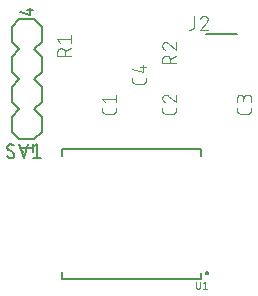
<source format=gbr>
G04 EAGLE Gerber RS-274X export*
G75*
%MOMM*%
%FSLAX34Y34*%
%LPD*%
%INSilkscreen Top*%
%IPPOS*%
%AMOC8*
5,1,8,0,0,1.08239X$1,22.5*%
G01*
%ADD10C,0.127000*%
%ADD11C,0.200000*%
%ADD12C,0.050800*%
%ADD13C,0.152400*%
%ADD14C,0.101600*%


D10*
X186000Y127800D02*
X186000Y122800D01*
X68000Y122800D01*
X68000Y128800D01*
X186000Y226800D02*
X186000Y232800D01*
X68000Y232800D01*
X68000Y226800D01*
D11*
X190000Y127800D02*
X190002Y127863D01*
X190008Y127925D01*
X190018Y127987D01*
X190031Y128049D01*
X190049Y128109D01*
X190070Y128168D01*
X190095Y128226D01*
X190124Y128282D01*
X190156Y128336D01*
X190191Y128388D01*
X190229Y128437D01*
X190271Y128485D01*
X190315Y128529D01*
X190363Y128571D01*
X190412Y128609D01*
X190464Y128644D01*
X190518Y128676D01*
X190574Y128705D01*
X190632Y128730D01*
X190691Y128751D01*
X190751Y128769D01*
X190813Y128782D01*
X190875Y128792D01*
X190937Y128798D01*
X191000Y128800D01*
X191063Y128798D01*
X191125Y128792D01*
X191187Y128782D01*
X191249Y128769D01*
X191309Y128751D01*
X191368Y128730D01*
X191426Y128705D01*
X191482Y128676D01*
X191536Y128644D01*
X191588Y128609D01*
X191637Y128571D01*
X191685Y128529D01*
X191729Y128485D01*
X191771Y128437D01*
X191809Y128388D01*
X191844Y128336D01*
X191876Y128282D01*
X191905Y128226D01*
X191930Y128168D01*
X191951Y128109D01*
X191969Y128049D01*
X191982Y127987D01*
X191992Y127925D01*
X191998Y127863D01*
X192000Y127800D01*
X191998Y127737D01*
X191992Y127675D01*
X191982Y127613D01*
X191969Y127551D01*
X191951Y127491D01*
X191930Y127432D01*
X191905Y127374D01*
X191876Y127318D01*
X191844Y127264D01*
X191809Y127212D01*
X191771Y127163D01*
X191729Y127115D01*
X191685Y127071D01*
X191637Y127029D01*
X191588Y126991D01*
X191536Y126956D01*
X191482Y126924D01*
X191426Y126895D01*
X191368Y126870D01*
X191309Y126849D01*
X191249Y126831D01*
X191187Y126818D01*
X191125Y126808D01*
X191063Y126802D01*
X191000Y126800D01*
X190937Y126802D01*
X190875Y126808D01*
X190813Y126818D01*
X190751Y126831D01*
X190691Y126849D01*
X190632Y126870D01*
X190574Y126895D01*
X190518Y126924D01*
X190464Y126956D01*
X190412Y126991D01*
X190363Y127029D01*
X190315Y127071D01*
X190271Y127115D01*
X190229Y127163D01*
X190191Y127212D01*
X190156Y127264D01*
X190124Y127318D01*
X190095Y127374D01*
X190070Y127432D01*
X190049Y127491D01*
X190031Y127551D01*
X190018Y127613D01*
X190008Y127675D01*
X190002Y127737D01*
X190000Y127800D01*
D12*
X181592Y120271D02*
X181592Y116225D01*
X181594Y116147D01*
X181600Y116070D01*
X181609Y115993D01*
X181623Y115917D01*
X181640Y115841D01*
X181661Y115766D01*
X181686Y115693D01*
X181714Y115621D01*
X181746Y115550D01*
X181781Y115481D01*
X181820Y115414D01*
X181862Y115348D01*
X181908Y115285D01*
X181956Y115225D01*
X182007Y115167D01*
X182062Y115111D01*
X182118Y115058D01*
X182178Y115008D01*
X182240Y114962D01*
X182304Y114918D01*
X182370Y114877D01*
X182438Y114840D01*
X182508Y114807D01*
X182580Y114777D01*
X182652Y114750D01*
X182727Y114727D01*
X182802Y114708D01*
X182878Y114693D01*
X182955Y114681D01*
X183032Y114673D01*
X183109Y114669D01*
X183187Y114669D01*
X183264Y114673D01*
X183341Y114681D01*
X183418Y114693D01*
X183494Y114708D01*
X183569Y114727D01*
X183644Y114750D01*
X183716Y114777D01*
X183788Y114807D01*
X183858Y114840D01*
X183926Y114877D01*
X183992Y114918D01*
X184056Y114962D01*
X184118Y115008D01*
X184178Y115058D01*
X184234Y115111D01*
X184289Y115167D01*
X184340Y115225D01*
X184388Y115285D01*
X184434Y115348D01*
X184476Y115414D01*
X184515Y115481D01*
X184550Y115550D01*
X184582Y115621D01*
X184610Y115693D01*
X184635Y115766D01*
X184656Y115841D01*
X184673Y115917D01*
X184687Y115993D01*
X184696Y116070D01*
X184702Y116147D01*
X184704Y116225D01*
X184704Y120271D01*
X187274Y119026D02*
X188829Y120271D01*
X188829Y114669D01*
X187274Y114669D02*
X190385Y114669D01*
D13*
X25400Y247650D02*
X25400Y260350D01*
X31750Y266700D01*
X44450Y266700D02*
X50800Y260350D01*
X31750Y266700D02*
X25400Y273050D01*
X25400Y285750D01*
X31750Y292100D01*
X44450Y292100D02*
X50800Y285750D01*
X50800Y273050D01*
X44450Y266700D01*
X44450Y241300D02*
X31750Y241300D01*
X25400Y247650D01*
X44450Y241300D02*
X50800Y247650D01*
X50800Y260350D01*
X31750Y292100D02*
X25400Y298450D01*
X25400Y311150D01*
X31750Y317500D01*
X44450Y317500D02*
X50800Y311150D01*
X50800Y298450D01*
X44450Y292100D01*
X25400Y323850D02*
X25400Y336550D01*
X31750Y342900D01*
X44450Y342900D01*
X50800Y336550D01*
X31750Y317500D02*
X25400Y323850D01*
X44450Y317500D02*
X50800Y323850D01*
X50800Y336550D01*
D10*
X32385Y233680D02*
X34925Y230505D01*
X32385Y233680D02*
X43815Y233680D01*
X43815Y230505D02*
X43815Y236855D01*
X41275Y346075D02*
X32385Y348615D01*
X41275Y346075D02*
X41275Y352425D01*
X38735Y350520D02*
X43815Y350520D01*
X27686Y227965D02*
X27684Y227865D01*
X27678Y227766D01*
X27668Y227666D01*
X27655Y227568D01*
X27637Y227469D01*
X27616Y227372D01*
X27591Y227276D01*
X27562Y227180D01*
X27529Y227086D01*
X27493Y226993D01*
X27453Y226902D01*
X27409Y226812D01*
X27362Y226724D01*
X27312Y226638D01*
X27258Y226554D01*
X27201Y226472D01*
X27141Y226393D01*
X27077Y226315D01*
X27011Y226241D01*
X26942Y226169D01*
X26870Y226100D01*
X26796Y226034D01*
X26718Y225970D01*
X26639Y225910D01*
X26557Y225853D01*
X26473Y225799D01*
X26387Y225749D01*
X26299Y225702D01*
X26209Y225658D01*
X26118Y225618D01*
X26025Y225582D01*
X25931Y225549D01*
X25835Y225520D01*
X25739Y225495D01*
X25642Y225474D01*
X25543Y225456D01*
X25445Y225443D01*
X25345Y225433D01*
X25246Y225427D01*
X25146Y225425D01*
X25005Y225427D01*
X24864Y225432D01*
X24723Y225442D01*
X24582Y225455D01*
X24442Y225471D01*
X24302Y225492D01*
X24163Y225516D01*
X24024Y225544D01*
X23887Y225575D01*
X23750Y225610D01*
X23614Y225648D01*
X23479Y225690D01*
X23346Y225736D01*
X23213Y225785D01*
X23082Y225838D01*
X22953Y225894D01*
X22824Y225953D01*
X22698Y226016D01*
X22573Y226082D01*
X22450Y226151D01*
X22329Y226224D01*
X22210Y226300D01*
X22092Y226379D01*
X21977Y226460D01*
X21865Y226545D01*
X21754Y226633D01*
X21646Y226724D01*
X21540Y226817D01*
X21437Y226914D01*
X21336Y227013D01*
X21654Y234315D02*
X21656Y234415D01*
X21662Y234514D01*
X21672Y234614D01*
X21685Y234712D01*
X21703Y234811D01*
X21724Y234908D01*
X21749Y235004D01*
X21778Y235100D01*
X21811Y235194D01*
X21847Y235287D01*
X21887Y235378D01*
X21931Y235468D01*
X21978Y235556D01*
X22028Y235642D01*
X22082Y235726D01*
X22139Y235808D01*
X22199Y235887D01*
X22263Y235965D01*
X22329Y236039D01*
X22398Y236111D01*
X22470Y236180D01*
X22544Y236246D01*
X22622Y236310D01*
X22701Y236370D01*
X22783Y236427D01*
X22867Y236481D01*
X22953Y236531D01*
X23041Y236578D01*
X23131Y236622D01*
X23222Y236662D01*
X23315Y236698D01*
X23409Y236731D01*
X23505Y236760D01*
X23601Y236785D01*
X23698Y236806D01*
X23797Y236824D01*
X23895Y236837D01*
X23995Y236847D01*
X24094Y236853D01*
X24194Y236855D01*
X24194Y236856D02*
X24327Y236854D01*
X24460Y236849D01*
X24593Y236839D01*
X24726Y236826D01*
X24858Y236809D01*
X24990Y236789D01*
X25121Y236765D01*
X25251Y236737D01*
X25381Y236706D01*
X25509Y236671D01*
X25637Y236632D01*
X25763Y236590D01*
X25888Y236544D01*
X26012Y236495D01*
X26135Y236443D01*
X26256Y236387D01*
X26375Y236327D01*
X26493Y236265D01*
X26608Y236199D01*
X26722Y236130D01*
X26834Y236057D01*
X26944Y235982D01*
X27052Y235903D01*
X22923Y232092D02*
X22839Y232144D01*
X22756Y232199D01*
X22676Y232258D01*
X22598Y232319D01*
X22523Y232383D01*
X22450Y232451D01*
X22379Y232521D01*
X22312Y232593D01*
X22247Y232668D01*
X22185Y232746D01*
X22126Y232826D01*
X22070Y232908D01*
X22018Y232992D01*
X21969Y233078D01*
X21923Y233166D01*
X21880Y233256D01*
X21841Y233347D01*
X21806Y233440D01*
X21774Y233534D01*
X21746Y233629D01*
X21721Y233725D01*
X21701Y233822D01*
X21683Y233920D01*
X21670Y234018D01*
X21661Y234117D01*
X21655Y234216D01*
X21653Y234315D01*
X26416Y230188D02*
X26500Y230136D01*
X26583Y230081D01*
X26663Y230022D01*
X26741Y229961D01*
X26816Y229897D01*
X26889Y229829D01*
X26960Y229759D01*
X27027Y229687D01*
X27092Y229612D01*
X27154Y229534D01*
X27213Y229454D01*
X27269Y229372D01*
X27321Y229288D01*
X27370Y229202D01*
X27416Y229114D01*
X27459Y229024D01*
X27498Y228933D01*
X27533Y228840D01*
X27565Y228746D01*
X27593Y228651D01*
X27618Y228555D01*
X27638Y228458D01*
X27656Y228360D01*
X27669Y228262D01*
X27678Y228163D01*
X27684Y228064D01*
X27686Y227965D01*
X26416Y230188D02*
X22924Y232093D01*
X31750Y236855D02*
X35560Y225425D01*
X39370Y236855D01*
X43815Y234315D02*
X46990Y236855D01*
X46990Y225425D01*
X43815Y225425D02*
X50165Y225425D01*
D14*
X64008Y311658D02*
X75692Y311658D01*
X64008Y311658D02*
X64008Y314904D01*
X64010Y315017D01*
X64016Y315130D01*
X64026Y315243D01*
X64040Y315356D01*
X64057Y315468D01*
X64079Y315579D01*
X64104Y315689D01*
X64134Y315799D01*
X64167Y315907D01*
X64204Y316014D01*
X64244Y316120D01*
X64289Y316224D01*
X64337Y316327D01*
X64388Y316428D01*
X64443Y316527D01*
X64501Y316624D01*
X64563Y316719D01*
X64628Y316812D01*
X64696Y316902D01*
X64767Y316990D01*
X64842Y317076D01*
X64919Y317159D01*
X64999Y317239D01*
X65082Y317316D01*
X65168Y317391D01*
X65256Y317462D01*
X65346Y317530D01*
X65439Y317595D01*
X65534Y317657D01*
X65631Y317715D01*
X65730Y317770D01*
X65831Y317821D01*
X65934Y317869D01*
X66038Y317914D01*
X66144Y317954D01*
X66251Y317991D01*
X66359Y318024D01*
X66469Y318054D01*
X66579Y318079D01*
X66690Y318101D01*
X66802Y318118D01*
X66915Y318132D01*
X67028Y318142D01*
X67141Y318148D01*
X67254Y318150D01*
X67367Y318148D01*
X67480Y318142D01*
X67593Y318132D01*
X67706Y318118D01*
X67818Y318101D01*
X67929Y318079D01*
X68039Y318054D01*
X68149Y318024D01*
X68257Y317991D01*
X68364Y317954D01*
X68470Y317914D01*
X68574Y317869D01*
X68677Y317821D01*
X68778Y317770D01*
X68877Y317715D01*
X68974Y317657D01*
X69069Y317595D01*
X69162Y317530D01*
X69252Y317462D01*
X69340Y317391D01*
X69426Y317316D01*
X69509Y317239D01*
X69589Y317159D01*
X69666Y317076D01*
X69741Y316990D01*
X69812Y316902D01*
X69880Y316812D01*
X69945Y316719D01*
X70007Y316624D01*
X70065Y316527D01*
X70120Y316428D01*
X70171Y316327D01*
X70219Y316224D01*
X70264Y316120D01*
X70304Y316014D01*
X70341Y315907D01*
X70374Y315799D01*
X70404Y315689D01*
X70429Y315579D01*
X70451Y315468D01*
X70468Y315356D01*
X70482Y315243D01*
X70492Y315130D01*
X70498Y315017D01*
X70500Y314904D01*
X70499Y314904D02*
X70499Y311658D01*
X70499Y315553D02*
X75692Y318149D01*
X66604Y323014D02*
X64008Y326260D01*
X75692Y326260D01*
X75692Y329505D02*
X75692Y323014D01*
X152908Y305495D02*
X164592Y305495D01*
X152908Y305495D02*
X152908Y308740D01*
X152910Y308853D01*
X152916Y308966D01*
X152926Y309079D01*
X152940Y309192D01*
X152957Y309304D01*
X152979Y309415D01*
X153004Y309525D01*
X153034Y309635D01*
X153067Y309743D01*
X153104Y309850D01*
X153144Y309956D01*
X153189Y310060D01*
X153237Y310163D01*
X153288Y310264D01*
X153343Y310363D01*
X153401Y310460D01*
X153463Y310555D01*
X153528Y310648D01*
X153596Y310738D01*
X153667Y310826D01*
X153742Y310912D01*
X153819Y310995D01*
X153899Y311075D01*
X153982Y311152D01*
X154068Y311227D01*
X154156Y311298D01*
X154246Y311366D01*
X154339Y311431D01*
X154434Y311493D01*
X154531Y311551D01*
X154630Y311606D01*
X154731Y311657D01*
X154834Y311705D01*
X154938Y311750D01*
X155044Y311790D01*
X155151Y311827D01*
X155259Y311860D01*
X155369Y311890D01*
X155479Y311915D01*
X155590Y311937D01*
X155702Y311954D01*
X155815Y311968D01*
X155928Y311978D01*
X156041Y311984D01*
X156154Y311986D01*
X156267Y311984D01*
X156380Y311978D01*
X156493Y311968D01*
X156606Y311954D01*
X156718Y311937D01*
X156829Y311915D01*
X156939Y311890D01*
X157049Y311860D01*
X157157Y311827D01*
X157264Y311790D01*
X157370Y311750D01*
X157474Y311705D01*
X157577Y311657D01*
X157678Y311606D01*
X157777Y311551D01*
X157874Y311493D01*
X157969Y311431D01*
X158062Y311366D01*
X158152Y311298D01*
X158240Y311227D01*
X158326Y311152D01*
X158409Y311075D01*
X158489Y310995D01*
X158566Y310912D01*
X158641Y310826D01*
X158712Y310738D01*
X158780Y310648D01*
X158845Y310555D01*
X158907Y310460D01*
X158965Y310363D01*
X159020Y310264D01*
X159071Y310163D01*
X159119Y310060D01*
X159164Y309956D01*
X159204Y309850D01*
X159241Y309743D01*
X159274Y309635D01*
X159304Y309525D01*
X159329Y309415D01*
X159351Y309304D01*
X159368Y309192D01*
X159382Y309079D01*
X159392Y308966D01*
X159398Y308853D01*
X159400Y308740D01*
X159399Y308740D02*
X159399Y305495D01*
X159399Y309389D02*
X164592Y311986D01*
X155829Y323342D02*
X155722Y323340D01*
X155616Y323334D01*
X155510Y323324D01*
X155404Y323311D01*
X155298Y323293D01*
X155194Y323272D01*
X155090Y323247D01*
X154987Y323218D01*
X154886Y323186D01*
X154786Y323149D01*
X154687Y323109D01*
X154589Y323066D01*
X154493Y323019D01*
X154399Y322968D01*
X154307Y322914D01*
X154217Y322857D01*
X154129Y322797D01*
X154044Y322733D01*
X153961Y322666D01*
X153880Y322596D01*
X153802Y322524D01*
X153726Y322448D01*
X153654Y322370D01*
X153584Y322289D01*
X153517Y322206D01*
X153453Y322121D01*
X153393Y322033D01*
X153336Y321943D01*
X153282Y321851D01*
X153231Y321757D01*
X153184Y321661D01*
X153141Y321563D01*
X153101Y321464D01*
X153064Y321364D01*
X153032Y321263D01*
X153003Y321160D01*
X152978Y321056D01*
X152957Y320952D01*
X152939Y320846D01*
X152926Y320740D01*
X152916Y320634D01*
X152910Y320528D01*
X152908Y320421D01*
X152910Y320300D01*
X152916Y320179D01*
X152926Y320059D01*
X152939Y319938D01*
X152957Y319819D01*
X152978Y319699D01*
X153003Y319581D01*
X153032Y319464D01*
X153065Y319347D01*
X153101Y319232D01*
X153142Y319118D01*
X153185Y319005D01*
X153233Y318893D01*
X153284Y318784D01*
X153339Y318676D01*
X153397Y318569D01*
X153458Y318465D01*
X153523Y318363D01*
X153591Y318263D01*
X153662Y318165D01*
X153736Y318069D01*
X153813Y317976D01*
X153894Y317886D01*
X153977Y317798D01*
X154063Y317713D01*
X154152Y317630D01*
X154243Y317551D01*
X154337Y317474D01*
X154433Y317401D01*
X154531Y317331D01*
X154632Y317264D01*
X154735Y317200D01*
X154840Y317140D01*
X154947Y317082D01*
X155055Y317029D01*
X155165Y316979D01*
X155277Y316933D01*
X155390Y316890D01*
X155505Y316851D01*
X158101Y322368D02*
X158023Y322447D01*
X157943Y322523D01*
X157860Y322596D01*
X157774Y322666D01*
X157687Y322733D01*
X157596Y322797D01*
X157504Y322857D01*
X157410Y322915D01*
X157313Y322969D01*
X157215Y323019D01*
X157115Y323066D01*
X157014Y323110D01*
X156911Y323150D01*
X156806Y323186D01*
X156701Y323218D01*
X156594Y323247D01*
X156487Y323272D01*
X156378Y323294D01*
X156269Y323311D01*
X156160Y323325D01*
X156050Y323334D01*
X155939Y323340D01*
X155829Y323342D01*
X158101Y322368D02*
X164592Y316851D01*
X164592Y323342D01*
X113792Y268036D02*
X113792Y265439D01*
X113790Y265340D01*
X113784Y265240D01*
X113775Y265141D01*
X113762Y265043D01*
X113745Y264945D01*
X113724Y264847D01*
X113699Y264751D01*
X113671Y264656D01*
X113639Y264562D01*
X113604Y264469D01*
X113565Y264377D01*
X113522Y264287D01*
X113477Y264199D01*
X113427Y264112D01*
X113375Y264028D01*
X113319Y263945D01*
X113261Y263865D01*
X113199Y263787D01*
X113134Y263712D01*
X113066Y263639D01*
X112996Y263569D01*
X112923Y263501D01*
X112848Y263436D01*
X112770Y263374D01*
X112690Y263316D01*
X112607Y263260D01*
X112523Y263208D01*
X112436Y263158D01*
X112348Y263113D01*
X112258Y263070D01*
X112166Y263031D01*
X112073Y262996D01*
X111979Y262964D01*
X111884Y262936D01*
X111788Y262911D01*
X111690Y262890D01*
X111592Y262873D01*
X111494Y262860D01*
X111395Y262851D01*
X111295Y262845D01*
X111196Y262843D01*
X104704Y262843D01*
X104704Y262842D02*
X104605Y262844D01*
X104505Y262850D01*
X104406Y262859D01*
X104308Y262872D01*
X104210Y262890D01*
X104112Y262910D01*
X104016Y262935D01*
X103920Y262963D01*
X103826Y262995D01*
X103733Y263030D01*
X103642Y263069D01*
X103552Y263112D01*
X103463Y263157D01*
X103377Y263207D01*
X103292Y263259D01*
X103210Y263315D01*
X103130Y263374D01*
X103052Y263435D01*
X102976Y263500D01*
X102903Y263568D01*
X102833Y263638D01*
X102765Y263711D01*
X102700Y263787D01*
X102639Y263865D01*
X102580Y263945D01*
X102524Y264027D01*
X102472Y264112D01*
X102423Y264198D01*
X102377Y264287D01*
X102334Y264377D01*
X102295Y264468D01*
X102260Y264561D01*
X102228Y264655D01*
X102200Y264751D01*
X102175Y264847D01*
X102155Y264945D01*
X102137Y265043D01*
X102124Y265141D01*
X102115Y265240D01*
X102109Y265339D01*
X102107Y265439D01*
X102108Y265439D02*
X102108Y268036D01*
X104704Y272401D02*
X102108Y275646D01*
X113792Y275646D01*
X113792Y272401D02*
X113792Y278892D01*
X164592Y268036D02*
X164592Y265439D01*
X164590Y265340D01*
X164584Y265240D01*
X164575Y265141D01*
X164562Y265043D01*
X164545Y264945D01*
X164524Y264847D01*
X164499Y264751D01*
X164471Y264656D01*
X164439Y264562D01*
X164404Y264469D01*
X164365Y264377D01*
X164322Y264287D01*
X164277Y264199D01*
X164227Y264112D01*
X164175Y264028D01*
X164119Y263945D01*
X164061Y263865D01*
X163999Y263787D01*
X163934Y263712D01*
X163866Y263639D01*
X163796Y263569D01*
X163723Y263501D01*
X163648Y263436D01*
X163570Y263374D01*
X163490Y263316D01*
X163407Y263260D01*
X163323Y263208D01*
X163236Y263158D01*
X163148Y263113D01*
X163058Y263070D01*
X162966Y263031D01*
X162873Y262996D01*
X162779Y262964D01*
X162684Y262936D01*
X162588Y262911D01*
X162490Y262890D01*
X162392Y262873D01*
X162294Y262860D01*
X162195Y262851D01*
X162095Y262845D01*
X161996Y262843D01*
X155504Y262843D01*
X155504Y262842D02*
X155405Y262844D01*
X155305Y262850D01*
X155206Y262859D01*
X155108Y262872D01*
X155010Y262890D01*
X154912Y262910D01*
X154816Y262935D01*
X154720Y262963D01*
X154626Y262995D01*
X154533Y263030D01*
X154442Y263069D01*
X154352Y263112D01*
X154263Y263157D01*
X154177Y263207D01*
X154092Y263259D01*
X154010Y263315D01*
X153930Y263374D01*
X153852Y263435D01*
X153776Y263500D01*
X153703Y263568D01*
X153633Y263638D01*
X153565Y263711D01*
X153500Y263787D01*
X153439Y263865D01*
X153380Y263945D01*
X153324Y264027D01*
X153272Y264112D01*
X153223Y264198D01*
X153177Y264287D01*
X153134Y264377D01*
X153095Y264468D01*
X153060Y264561D01*
X153028Y264655D01*
X153000Y264751D01*
X152975Y264847D01*
X152955Y264945D01*
X152937Y265043D01*
X152924Y265141D01*
X152915Y265240D01*
X152909Y265339D01*
X152907Y265439D01*
X152908Y265439D02*
X152908Y268036D01*
X152908Y275971D02*
X152910Y276078D01*
X152916Y276184D01*
X152926Y276290D01*
X152939Y276396D01*
X152957Y276502D01*
X152978Y276606D01*
X153003Y276710D01*
X153032Y276813D01*
X153064Y276914D01*
X153101Y277014D01*
X153141Y277113D01*
X153184Y277211D01*
X153231Y277307D01*
X153282Y277401D01*
X153336Y277493D01*
X153393Y277583D01*
X153453Y277671D01*
X153517Y277756D01*
X153584Y277839D01*
X153654Y277920D01*
X153726Y277998D01*
X153802Y278074D01*
X153880Y278146D01*
X153961Y278216D01*
X154044Y278283D01*
X154129Y278347D01*
X154217Y278407D01*
X154307Y278464D01*
X154399Y278518D01*
X154493Y278569D01*
X154589Y278616D01*
X154687Y278659D01*
X154786Y278699D01*
X154886Y278736D01*
X154987Y278768D01*
X155090Y278797D01*
X155194Y278822D01*
X155298Y278843D01*
X155404Y278861D01*
X155510Y278874D01*
X155616Y278884D01*
X155722Y278890D01*
X155829Y278892D01*
X152908Y275971D02*
X152910Y275850D01*
X152916Y275729D01*
X152926Y275609D01*
X152939Y275488D01*
X152957Y275369D01*
X152978Y275249D01*
X153003Y275131D01*
X153032Y275014D01*
X153065Y274897D01*
X153101Y274782D01*
X153142Y274668D01*
X153185Y274555D01*
X153233Y274443D01*
X153284Y274334D01*
X153339Y274226D01*
X153397Y274119D01*
X153458Y274015D01*
X153523Y273913D01*
X153591Y273813D01*
X153662Y273715D01*
X153736Y273619D01*
X153813Y273526D01*
X153894Y273436D01*
X153977Y273348D01*
X154063Y273263D01*
X154152Y273180D01*
X154243Y273101D01*
X154337Y273024D01*
X154433Y272951D01*
X154531Y272881D01*
X154632Y272814D01*
X154735Y272750D01*
X154840Y272690D01*
X154947Y272632D01*
X155055Y272579D01*
X155165Y272529D01*
X155277Y272483D01*
X155390Y272440D01*
X155505Y272401D01*
X158101Y277918D02*
X158023Y277997D01*
X157943Y278073D01*
X157860Y278146D01*
X157774Y278216D01*
X157687Y278283D01*
X157596Y278347D01*
X157504Y278407D01*
X157410Y278465D01*
X157313Y278519D01*
X157215Y278569D01*
X157115Y278616D01*
X157014Y278660D01*
X156911Y278700D01*
X156806Y278736D01*
X156701Y278768D01*
X156594Y278797D01*
X156487Y278822D01*
X156378Y278844D01*
X156269Y278861D01*
X156160Y278875D01*
X156050Y278884D01*
X155939Y278890D01*
X155829Y278892D01*
X158101Y277918D02*
X164592Y272401D01*
X164592Y278892D01*
X228092Y268036D02*
X228092Y265439D01*
X228090Y265340D01*
X228084Y265240D01*
X228075Y265141D01*
X228062Y265043D01*
X228045Y264945D01*
X228024Y264847D01*
X227999Y264751D01*
X227971Y264656D01*
X227939Y264562D01*
X227904Y264469D01*
X227865Y264377D01*
X227822Y264287D01*
X227777Y264199D01*
X227727Y264112D01*
X227675Y264028D01*
X227619Y263945D01*
X227561Y263865D01*
X227499Y263787D01*
X227434Y263712D01*
X227366Y263639D01*
X227296Y263569D01*
X227223Y263501D01*
X227148Y263436D01*
X227070Y263374D01*
X226990Y263316D01*
X226907Y263260D01*
X226823Y263208D01*
X226736Y263158D01*
X226648Y263113D01*
X226558Y263070D01*
X226466Y263031D01*
X226373Y262996D01*
X226279Y262964D01*
X226184Y262936D01*
X226088Y262911D01*
X225990Y262890D01*
X225892Y262873D01*
X225794Y262860D01*
X225695Y262851D01*
X225595Y262845D01*
X225496Y262843D01*
X219004Y262843D01*
X219004Y262842D02*
X218905Y262844D01*
X218805Y262850D01*
X218706Y262859D01*
X218608Y262872D01*
X218510Y262890D01*
X218412Y262910D01*
X218316Y262935D01*
X218220Y262963D01*
X218126Y262995D01*
X218033Y263030D01*
X217942Y263069D01*
X217852Y263112D01*
X217763Y263157D01*
X217677Y263207D01*
X217592Y263259D01*
X217510Y263315D01*
X217430Y263374D01*
X217352Y263435D01*
X217276Y263500D01*
X217203Y263568D01*
X217133Y263638D01*
X217065Y263711D01*
X217000Y263787D01*
X216939Y263865D01*
X216880Y263945D01*
X216824Y264027D01*
X216772Y264112D01*
X216723Y264198D01*
X216677Y264287D01*
X216634Y264377D01*
X216595Y264468D01*
X216560Y264561D01*
X216528Y264655D01*
X216500Y264751D01*
X216475Y264847D01*
X216455Y264945D01*
X216437Y265043D01*
X216424Y265141D01*
X216415Y265240D01*
X216409Y265339D01*
X216407Y265439D01*
X216408Y265439D02*
X216408Y268036D01*
X228092Y272401D02*
X228092Y275646D01*
X228090Y275759D01*
X228084Y275872D01*
X228074Y275985D01*
X228060Y276098D01*
X228043Y276210D01*
X228021Y276321D01*
X227996Y276431D01*
X227966Y276541D01*
X227933Y276649D01*
X227896Y276756D01*
X227856Y276862D01*
X227811Y276966D01*
X227763Y277069D01*
X227712Y277170D01*
X227657Y277269D01*
X227599Y277366D01*
X227537Y277461D01*
X227472Y277554D01*
X227404Y277644D01*
X227333Y277732D01*
X227258Y277818D01*
X227181Y277901D01*
X227101Y277981D01*
X227018Y278058D01*
X226932Y278133D01*
X226844Y278204D01*
X226754Y278272D01*
X226661Y278337D01*
X226566Y278399D01*
X226469Y278457D01*
X226370Y278512D01*
X226269Y278563D01*
X226166Y278611D01*
X226062Y278656D01*
X225956Y278696D01*
X225849Y278733D01*
X225741Y278766D01*
X225631Y278796D01*
X225521Y278821D01*
X225410Y278843D01*
X225298Y278860D01*
X225185Y278874D01*
X225072Y278884D01*
X224959Y278890D01*
X224846Y278892D01*
X224733Y278890D01*
X224620Y278884D01*
X224507Y278874D01*
X224394Y278860D01*
X224282Y278843D01*
X224171Y278821D01*
X224061Y278796D01*
X223951Y278766D01*
X223843Y278733D01*
X223736Y278696D01*
X223630Y278656D01*
X223526Y278611D01*
X223423Y278563D01*
X223322Y278512D01*
X223223Y278457D01*
X223126Y278399D01*
X223031Y278337D01*
X222938Y278272D01*
X222848Y278204D01*
X222760Y278133D01*
X222674Y278058D01*
X222591Y277981D01*
X222511Y277901D01*
X222434Y277818D01*
X222359Y277732D01*
X222288Y277644D01*
X222220Y277554D01*
X222155Y277461D01*
X222093Y277366D01*
X222035Y277269D01*
X221980Y277170D01*
X221929Y277069D01*
X221881Y276966D01*
X221836Y276862D01*
X221796Y276756D01*
X221759Y276649D01*
X221726Y276541D01*
X221696Y276431D01*
X221671Y276321D01*
X221649Y276210D01*
X221632Y276098D01*
X221618Y275985D01*
X221608Y275872D01*
X221602Y275759D01*
X221600Y275646D01*
X216408Y276296D02*
X216408Y272401D01*
X216408Y276296D02*
X216410Y276397D01*
X216416Y276497D01*
X216426Y276597D01*
X216439Y276697D01*
X216457Y276796D01*
X216478Y276895D01*
X216503Y276992D01*
X216532Y277089D01*
X216565Y277184D01*
X216601Y277278D01*
X216641Y277370D01*
X216684Y277461D01*
X216731Y277550D01*
X216781Y277637D01*
X216835Y277723D01*
X216892Y277806D01*
X216952Y277886D01*
X217015Y277965D01*
X217082Y278041D01*
X217151Y278114D01*
X217223Y278184D01*
X217297Y278252D01*
X217374Y278317D01*
X217454Y278378D01*
X217536Y278437D01*
X217620Y278492D01*
X217706Y278544D01*
X217794Y278593D01*
X217884Y278638D01*
X217976Y278680D01*
X218069Y278718D01*
X218164Y278752D01*
X218259Y278783D01*
X218356Y278810D01*
X218454Y278833D01*
X218553Y278853D01*
X218653Y278868D01*
X218753Y278880D01*
X218853Y278888D01*
X218954Y278892D01*
X219054Y278892D01*
X219155Y278888D01*
X219255Y278880D01*
X219355Y278868D01*
X219455Y278853D01*
X219554Y278833D01*
X219652Y278810D01*
X219749Y278783D01*
X219844Y278752D01*
X219939Y278718D01*
X220032Y278680D01*
X220124Y278638D01*
X220214Y278593D01*
X220302Y278544D01*
X220388Y278492D01*
X220472Y278437D01*
X220554Y278378D01*
X220634Y278317D01*
X220711Y278252D01*
X220785Y278184D01*
X220857Y278114D01*
X220926Y278041D01*
X220993Y277965D01*
X221056Y277886D01*
X221116Y277806D01*
X221173Y277723D01*
X221227Y277637D01*
X221277Y277550D01*
X221324Y277461D01*
X221367Y277370D01*
X221407Y277278D01*
X221443Y277184D01*
X221476Y277089D01*
X221505Y276992D01*
X221530Y276895D01*
X221551Y276796D01*
X221569Y276697D01*
X221582Y276597D01*
X221592Y276497D01*
X221598Y276397D01*
X221600Y276296D01*
X221601Y276296D02*
X221601Y273699D01*
D10*
X216200Y330500D02*
X190200Y330500D01*
D14*
X179535Y336649D02*
X179535Y345748D01*
X179535Y336649D02*
X179533Y336549D01*
X179527Y336450D01*
X179518Y336351D01*
X179505Y336252D01*
X179487Y336154D01*
X179467Y336057D01*
X179442Y335960D01*
X179414Y335865D01*
X179382Y335770D01*
X179347Y335677D01*
X179308Y335585D01*
X179265Y335495D01*
X179219Y335407D01*
X179170Y335320D01*
X179117Y335236D01*
X179062Y335153D01*
X179003Y335073D01*
X178941Y334995D01*
X178876Y334919D01*
X178808Y334846D01*
X178738Y334776D01*
X178665Y334708D01*
X178589Y334643D01*
X178511Y334581D01*
X178431Y334522D01*
X178348Y334467D01*
X178264Y334414D01*
X178177Y334365D01*
X178089Y334319D01*
X177999Y334276D01*
X177907Y334237D01*
X177814Y334202D01*
X177719Y334170D01*
X177624Y334142D01*
X177527Y334117D01*
X177430Y334097D01*
X177332Y334079D01*
X177233Y334066D01*
X177134Y334057D01*
X177035Y334051D01*
X176935Y334049D01*
X175636Y334049D01*
X188388Y345748D02*
X188495Y345746D01*
X188602Y345740D01*
X188708Y345730D01*
X188814Y345717D01*
X188919Y345699D01*
X189024Y345678D01*
X189128Y345653D01*
X189231Y345624D01*
X189332Y345591D01*
X189433Y345555D01*
X189532Y345515D01*
X189630Y345471D01*
X189725Y345424D01*
X189820Y345374D01*
X189912Y345320D01*
X190002Y345262D01*
X190090Y345202D01*
X190176Y345138D01*
X190259Y345071D01*
X190340Y345001D01*
X190418Y344929D01*
X190494Y344853D01*
X190566Y344775D01*
X190636Y344694D01*
X190703Y344611D01*
X190767Y344525D01*
X190827Y344437D01*
X190885Y344347D01*
X190939Y344255D01*
X190989Y344160D01*
X191036Y344065D01*
X191080Y343967D01*
X191120Y343868D01*
X191156Y343767D01*
X191189Y343666D01*
X191218Y343563D01*
X191243Y343459D01*
X191264Y343354D01*
X191282Y343249D01*
X191295Y343143D01*
X191305Y343037D01*
X191311Y342930D01*
X191313Y342823D01*
X188388Y345747D02*
X188267Y345745D01*
X188146Y345739D01*
X188025Y345729D01*
X187905Y345716D01*
X187785Y345698D01*
X187666Y345677D01*
X187547Y345652D01*
X187430Y345623D01*
X187313Y345590D01*
X187197Y345553D01*
X187083Y345513D01*
X186970Y345469D01*
X186859Y345422D01*
X186749Y345371D01*
X186641Y345316D01*
X186534Y345258D01*
X186430Y345197D01*
X186328Y345132D01*
X186228Y345064D01*
X186130Y344992D01*
X186034Y344918D01*
X185941Y344841D01*
X185850Y344760D01*
X185762Y344677D01*
X185677Y344591D01*
X185594Y344502D01*
X185515Y344411D01*
X185438Y344317D01*
X185365Y344221D01*
X185294Y344122D01*
X185227Y344021D01*
X185164Y343918D01*
X185103Y343813D01*
X185046Y343706D01*
X184992Y343598D01*
X184942Y343487D01*
X184896Y343376D01*
X184853Y343262D01*
X184814Y343148D01*
X190338Y340548D02*
X190417Y340626D01*
X190493Y340707D01*
X190566Y340790D01*
X190636Y340875D01*
X190703Y340963D01*
X190767Y341053D01*
X190828Y341146D01*
X190885Y341240D01*
X190939Y341337D01*
X190990Y341435D01*
X191037Y341535D01*
X191080Y341637D01*
X191120Y341740D01*
X191157Y341844D01*
X191189Y341950D01*
X191218Y342057D01*
X191243Y342164D01*
X191264Y342273D01*
X191282Y342382D01*
X191295Y342492D01*
X191305Y342602D01*
X191311Y342712D01*
X191313Y342823D01*
X190338Y340548D02*
X184814Y334049D01*
X191313Y334049D01*
X139192Y293436D02*
X139192Y290839D01*
X139190Y290740D01*
X139184Y290640D01*
X139175Y290541D01*
X139162Y290443D01*
X139145Y290345D01*
X139124Y290247D01*
X139099Y290151D01*
X139071Y290056D01*
X139039Y289962D01*
X139004Y289869D01*
X138965Y289777D01*
X138922Y289687D01*
X138877Y289599D01*
X138827Y289512D01*
X138775Y289428D01*
X138719Y289345D01*
X138661Y289265D01*
X138599Y289187D01*
X138534Y289112D01*
X138466Y289039D01*
X138396Y288969D01*
X138323Y288901D01*
X138248Y288836D01*
X138170Y288774D01*
X138090Y288716D01*
X138007Y288660D01*
X137923Y288608D01*
X137836Y288558D01*
X137748Y288513D01*
X137658Y288470D01*
X137566Y288431D01*
X137473Y288396D01*
X137379Y288364D01*
X137284Y288336D01*
X137188Y288311D01*
X137090Y288290D01*
X136992Y288273D01*
X136894Y288260D01*
X136795Y288251D01*
X136695Y288245D01*
X136596Y288243D01*
X130104Y288243D01*
X130104Y288242D02*
X130005Y288244D01*
X129905Y288250D01*
X129806Y288259D01*
X129708Y288272D01*
X129610Y288290D01*
X129512Y288310D01*
X129416Y288335D01*
X129320Y288363D01*
X129226Y288395D01*
X129133Y288430D01*
X129042Y288469D01*
X128952Y288512D01*
X128863Y288557D01*
X128777Y288607D01*
X128692Y288659D01*
X128610Y288715D01*
X128530Y288774D01*
X128452Y288835D01*
X128376Y288900D01*
X128303Y288968D01*
X128233Y289038D01*
X128165Y289111D01*
X128100Y289187D01*
X128039Y289265D01*
X127980Y289345D01*
X127924Y289427D01*
X127872Y289512D01*
X127823Y289598D01*
X127777Y289687D01*
X127734Y289777D01*
X127695Y289868D01*
X127660Y289961D01*
X127628Y290055D01*
X127600Y290151D01*
X127575Y290247D01*
X127555Y290345D01*
X127537Y290443D01*
X127524Y290541D01*
X127515Y290640D01*
X127509Y290739D01*
X127507Y290839D01*
X127508Y290839D02*
X127508Y293436D01*
X127508Y300397D02*
X136596Y297801D01*
X136596Y304292D01*
X133999Y302345D02*
X139192Y302345D01*
M02*

</source>
